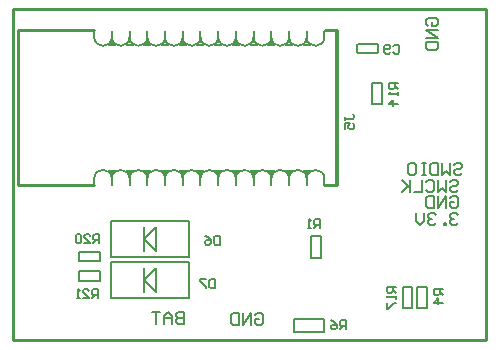
<source format=gbo>
%FSLAX25Y25*%
%MOIN*%
G70*
G01*
G75*
G04 Layer_Color=32896*
%ADD10C,0.01500*%
%ADD11C,0.00800*%
%ADD12C,0.02000*%
%ADD13C,0.01000*%
%ADD14C,0.04000*%
%ADD15R,0.04724X0.09843*%
%ADD16R,0.02756X0.03347*%
%ADD17R,0.02362X0.02362*%
%ADD18O,0.00984X0.04724*%
%ADD19O,0.04724X0.00984*%
%ADD20O,0.04724X0.01772*%
%ADD21O,0.01772X0.04724*%
%ADD22R,0.04724X0.01772*%
%ADD23R,0.02362X0.02362*%
%ADD24R,0.04331X0.04724*%
%ADD25R,0.05118X0.03937*%
%ADD26R,0.07087X0.03937*%
%ADD27R,0.02756X0.04724*%
%ADD28R,0.02992X0.04724*%
%ADD29R,0.03150X0.04724*%
%ADD30R,0.03347X0.02756*%
%ADD31R,0.04724X0.01969*%
%ADD32R,0.03937X0.03150*%
%ADD33R,0.03937X0.07087*%
%ADD34C,0.03000*%
%ADD35C,0.03500*%
%ADD36C,0.17716*%
%ADD37C,0.07874*%
%ADD38C,0.05906*%
%ADD39R,0.05906X0.05906*%
%ADD40R,0.03937X0.03937*%
%ADD41C,0.03937*%
%ADD42O,0.04331X0.06693*%
%ADD43R,0.03937X0.03937*%
%ADD44R,0.05906X0.05906*%
%ADD45C,0.03000*%
%ADD46C,0.02000*%
%ADD47R,0.07874X0.07874*%
%ADD48O,0.03543X0.08661*%
%ADD49C,0.00500*%
%ADD50C,0.02362*%
%ADD51C,0.00984*%
%ADD52C,0.00787*%
%ADD53C,0.00591*%
%ADD54R,0.05524X0.10642*%
%ADD55R,0.03556X0.04147*%
%ADD56R,0.03162X0.03162*%
%ADD57O,0.01784X0.05524*%
%ADD58O,0.05524X0.01784*%
%ADD59O,0.05524X0.02572*%
%ADD60O,0.02572X0.05524*%
%ADD61R,0.05524X0.02572*%
%ADD62R,0.03162X0.03162*%
%ADD63R,0.05131X0.05524*%
%ADD64R,0.05918X0.04737*%
%ADD65R,0.07887X0.04737*%
%ADD66R,0.03556X0.05524*%
%ADD67R,0.03792X0.05524*%
%ADD68R,0.03950X0.05524*%
%ADD69R,0.04147X0.03556*%
%ADD70R,0.05524X0.02769*%
%ADD71R,0.04737X0.03950*%
%ADD72R,0.04737X0.07887*%
%ADD73C,0.18517*%
%ADD74C,0.08674*%
%ADD75C,0.06706*%
%ADD76R,0.06706X0.06706*%
%ADD77R,0.04737X0.04737*%
%ADD78C,0.04737*%
%ADD79O,0.05131X0.07493*%
%ADD80R,0.04737X0.04737*%
%ADD81R,0.06706X0.06706*%
%ADD82R,0.08674X0.08674*%
%ADD83O,0.04343X0.09461*%
%ADD84C,0.00600*%
%ADD85R,0.02756X0.00591*%
%ADD86R,0.01260X0.01024*%
D13*
X1600Y-58600D02*
X27000D01*
X1600D02*
Y-6900D01*
X26900D01*
X103900Y-7000D02*
X107900D01*
X103686Y-58390D02*
X107891D01*
X107900Y-58400D01*
Y-7100D01*
X0Y0D02*
X157480D01*
Y-110236D02*
Y0D01*
X0Y-110236D02*
X157480D01*
X0D02*
Y0D01*
D49*
X99225Y-82706D02*
X102375D01*
X99225Y-75620D02*
X102375D01*
X99225Y-82706D02*
Y-75620D01*
X102375Y-82706D02*
Y-75620D01*
X21888Y-83875D02*
Y-80725D01*
X28975Y-83875D02*
Y-80725D01*
X21888D02*
X28975D01*
X21888Y-83875D02*
X28975D01*
X58418Y-96105D02*
Y-84294D01*
X32434Y-96105D02*
X58418D01*
X32434D02*
Y-84294D01*
X58418D01*
X47394Y-94137D02*
Y-86263D01*
X43457Y-94137D02*
Y-86263D01*
Y-90200D02*
X47394Y-86263D01*
X43457Y-90200D02*
X47394Y-94137D01*
X58418Y-82406D02*
Y-70595D01*
X32434Y-82406D02*
X58418D01*
X32434D02*
Y-70595D01*
X58418D01*
X47394Y-80437D02*
Y-72563D01*
X43457Y-80437D02*
Y-72563D01*
Y-76500D02*
X47394Y-72563D01*
X43457Y-76500D02*
X47394Y-80437D01*
X21888Y-90500D02*
Y-87350D01*
X28975Y-90500D02*
Y-87350D01*
X21888D02*
X28975D01*
X21888Y-90500D02*
X28975D01*
X93532Y-107365D02*
X103374D01*
X93532Y-103035D02*
X103374D01*
X93532Y-107365D02*
Y-103035D01*
X103374Y-107365D02*
Y-103035D01*
X129750Y-99612D02*
X132900D01*
X129750Y-92525D02*
X132900D01*
X129750Y-99612D02*
Y-92525D01*
X132900Y-99612D02*
Y-92525D01*
X134650Y-99512D02*
X137800D01*
X134650Y-92425D02*
X137800D01*
X134650Y-99512D02*
Y-92425D01*
X137800Y-99512D02*
Y-92425D01*
X119572Y-31659D02*
X122722D01*
X119572Y-24572D02*
X122722D01*
X119572Y-31659D02*
Y-24572D01*
X122722Y-31659D02*
Y-24572D01*
X114782Y-14575D02*
Y-14575D01*
X121475Y-14181D02*
Y-11819D01*
X114782Y-14575D02*
X121081D01*
X114388Y-14181D02*
Y-11819D01*
X114782Y-11425D02*
X121081D01*
X121475Y-11819D02*
Y-11819D01*
X121081Y-11425D02*
X121475Y-11819D01*
X121475Y-14181D02*
X121475D01*
X121081Y-14575D02*
X121475Y-14181D01*
X114388Y-11819D02*
X114388D01*
X114782Y-11425D01*
X114388Y-14181D02*
X114388D01*
X114782Y-14575D01*
X126701Y-12201D02*
X127200Y-11701D01*
X128200D01*
X128700Y-12201D01*
Y-14200D01*
X128200Y-14700D01*
X127200D01*
X126701Y-14200D01*
X125701D02*
X125201Y-14700D01*
X124201D01*
X123702Y-14200D01*
Y-12201D01*
X124201Y-11701D01*
X125201D01*
X125701Y-12201D01*
Y-12701D01*
X125201Y-13201D01*
X123702D01*
X68800Y-75401D02*
Y-78400D01*
X67300D01*
X66801Y-77900D01*
Y-75901D01*
X67300Y-75401D01*
X68800D01*
X63802D02*
X64801Y-75901D01*
X65801Y-76901D01*
Y-77900D01*
X65301Y-78400D01*
X64301D01*
X63802Y-77900D01*
Y-77400D01*
X64301Y-76901D01*
X65801D01*
X67300Y-89901D02*
Y-92900D01*
X65800D01*
X65301Y-92400D01*
Y-90401D01*
X65800Y-89901D01*
X67300D01*
X64301D02*
X62302D01*
Y-90401D01*
X64301Y-92400D01*
Y-92900D01*
X110601Y-36899D02*
Y-35900D01*
Y-36399D01*
X113100D01*
X113600Y-35900D01*
Y-35400D01*
X113100Y-34900D01*
X110601Y-39898D02*
Y-37899D01*
X112101D01*
X111601Y-38899D01*
Y-39399D01*
X112101Y-39898D01*
X113100D01*
X113600Y-39399D01*
Y-38399D01*
X113100Y-37899D01*
X102100Y-72900D02*
Y-69901D01*
X100601D01*
X100101Y-70401D01*
Y-71400D01*
X100601Y-71900D01*
X102100D01*
X101100D02*
X100101Y-72900D01*
X99101D02*
X98101D01*
X98601D01*
Y-69901D01*
X99101Y-70401D01*
X143100Y-93300D02*
X140101D01*
Y-94800D01*
X140601Y-95299D01*
X141601D01*
X142100Y-94800D01*
Y-93300D01*
Y-94300D02*
X143100Y-95299D01*
Y-97799D02*
X140101D01*
X141601Y-96299D01*
Y-98298D01*
X110800Y-106600D02*
Y-103601D01*
X109300D01*
X108801Y-104101D01*
Y-105101D01*
X109300Y-105600D01*
X110800D01*
X109800D02*
X108801Y-106600D01*
X105802Y-103601D02*
X106801Y-104101D01*
X107801Y-105101D01*
Y-106100D01*
X107301Y-106600D01*
X106301D01*
X105802Y-106100D01*
Y-105600D01*
X106301Y-105101D01*
X107801D01*
X128100Y-24600D02*
X125101D01*
Y-26100D01*
X125601Y-26599D01*
X126601D01*
X127100Y-26100D01*
Y-24600D01*
Y-25600D02*
X128100Y-26599D01*
Y-27599D02*
Y-28599D01*
Y-28099D01*
X125101D01*
X125601Y-27599D01*
X128100Y-31598D02*
X125101D01*
X126601Y-30098D01*
Y-32098D01*
X127500Y-92500D02*
X124501D01*
Y-93999D01*
X125001Y-94499D01*
X126000D01*
X126500Y-93999D01*
Y-92500D01*
Y-93500D02*
X127500Y-94499D01*
Y-95499D02*
Y-96499D01*
Y-95999D01*
X124501D01*
X125001Y-95499D01*
X124501Y-97998D02*
Y-99998D01*
X125001D01*
X127000Y-97998D01*
X127500D01*
X28700Y-78000D02*
Y-75001D01*
X27200D01*
X26701Y-75501D01*
Y-76500D01*
X27200Y-77000D01*
X28700D01*
X27700D02*
X26701Y-78000D01*
X23702D02*
X25701D01*
X23702Y-76001D01*
Y-75501D01*
X24201Y-75001D01*
X25201D01*
X25701Y-75501D01*
X22702D02*
X22202Y-75001D01*
X21202D01*
X20703Y-75501D01*
Y-77500D01*
X21202Y-78000D01*
X22202D01*
X22702Y-77500D01*
Y-75501D01*
X28100Y-96200D02*
Y-93201D01*
X26601D01*
X26101Y-93701D01*
Y-94700D01*
X26601Y-95200D01*
X28100D01*
X27100D02*
X26101Y-96200D01*
X23102D02*
X25101D01*
X23102Y-94201D01*
Y-93701D01*
X23601Y-93201D01*
X24601D01*
X25101Y-93701D01*
X22102Y-96200D02*
X21102D01*
X21602D01*
Y-93201D01*
X22102Y-93701D01*
X146734Y-51768D02*
X147401Y-51101D01*
X148733D01*
X149400Y-51768D01*
Y-52434D01*
X148733Y-53101D01*
X147401D01*
X146734Y-53767D01*
Y-54434D01*
X147401Y-55100D01*
X148733D01*
X149400Y-54434D01*
X145401Y-51101D02*
Y-55100D01*
X144068Y-53767D01*
X142736Y-55100D01*
Y-51101D01*
X141403D02*
Y-55100D01*
X139403D01*
X138737Y-54434D01*
Y-51768D01*
X139403Y-51101D01*
X141403D01*
X137404D02*
X136071D01*
X136737D01*
Y-55100D01*
X137404D01*
X136071D01*
X132072Y-51101D02*
X133405D01*
X134072Y-51768D01*
Y-54434D01*
X133405Y-55100D01*
X132072D01*
X131406Y-54434D01*
Y-51768D01*
X132072Y-51101D01*
X145691Y-57468D02*
X146357Y-56801D01*
X147690D01*
X148357Y-57468D01*
Y-58134D01*
X147690Y-58801D01*
X146357D01*
X145691Y-59467D01*
Y-60134D01*
X146357Y-60800D01*
X147690D01*
X148357Y-60134D01*
X144358Y-56801D02*
Y-60800D01*
X143025Y-59467D01*
X141692Y-60800D01*
Y-56801D01*
X137694Y-57468D02*
X138360Y-56801D01*
X139693D01*
X140359Y-57468D01*
Y-60134D01*
X139693Y-60800D01*
X138360D01*
X137694Y-60134D01*
X136361Y-56801D02*
Y-60800D01*
X133695D01*
X132362Y-56801D02*
Y-60800D01*
Y-59467D01*
X129696Y-56801D01*
X131695Y-58801D01*
X129696Y-60800D01*
X145691Y-62768D02*
X146357Y-62101D01*
X147690D01*
X148357Y-62768D01*
Y-65434D01*
X147690Y-66100D01*
X146357D01*
X145691Y-65434D01*
Y-64101D01*
X147024D01*
X144358Y-66100D02*
Y-62101D01*
X141692Y-66100D01*
Y-62101D01*
X140359D02*
Y-66100D01*
X138360D01*
X137694Y-65434D01*
Y-62768D01*
X138360Y-62101D01*
X140359D01*
X148357Y-68511D02*
X147690Y-67845D01*
X146357D01*
X145691Y-68511D01*
Y-69178D01*
X146357Y-69844D01*
X147024D01*
X146357D01*
X145691Y-70510D01*
Y-71177D01*
X146357Y-71843D01*
X147690D01*
X148357Y-71177D01*
X144358Y-71843D02*
Y-71177D01*
X143692D01*
Y-71843D01*
X144358D01*
X141026Y-68511D02*
X140359Y-67845D01*
X139026D01*
X138360Y-68511D01*
Y-69178D01*
X139026Y-69844D01*
X139693D01*
X139026D01*
X138360Y-70510D01*
Y-71177D01*
X139026Y-71843D01*
X140359D01*
X141026Y-71177D01*
X137027Y-67845D02*
Y-70510D01*
X135694Y-71843D01*
X134361Y-70510D01*
Y-67845D01*
X138368Y-5566D02*
X137701Y-4899D01*
Y-3566D01*
X138368Y-2900D01*
X141033D01*
X141700Y-3566D01*
Y-4899D01*
X141033Y-5566D01*
X139701D01*
Y-4233D01*
X141700Y-6899D02*
X137701D01*
X141700Y-9565D01*
X137701D01*
Y-10897D02*
X141700D01*
Y-12897D01*
X141033Y-13563D01*
X138368D01*
X137701Y-12897D01*
Y-10897D01*
X56900Y-100801D02*
Y-104800D01*
X54901D01*
X54234Y-104133D01*
Y-103467D01*
X54901Y-102801D01*
X56900D01*
X54901D01*
X54234Y-102134D01*
Y-101468D01*
X54901Y-100801D01*
X56900D01*
X52901Y-104800D02*
Y-102134D01*
X51568Y-100801D01*
X50235Y-102134D01*
Y-104800D01*
Y-102801D01*
X52901D01*
X48903Y-100801D02*
X46237D01*
X47570D01*
Y-104800D01*
X80534Y-101768D02*
X81201Y-101101D01*
X82534D01*
X83200Y-101768D01*
Y-104434D01*
X82534Y-105100D01*
X81201D01*
X80534Y-104434D01*
Y-103101D01*
X81867D01*
X79201Y-105100D02*
Y-101101D01*
X76535Y-105100D01*
Y-101101D01*
X75203D02*
Y-105100D01*
X73203D01*
X72537Y-104434D01*
Y-101768D01*
X73203Y-101101D01*
X75203D01*
D84*
X91875Y-9178D02*
G03*
X97780Y-9178I2953J0D01*
G01*
D02*
G03*
X103686Y-9178I2953J0D01*
G01*
X85969D02*
G03*
X91875Y-9178I2953J0D01*
G01*
X80064D02*
G03*
X85969Y-9178I2953J0D01*
G01*
X74158D02*
G03*
X80064Y-9178I2953J0D01*
G01*
X68253D02*
G03*
X74158Y-9178I2953J0D01*
G01*
X62347D02*
G03*
X68253Y-9178I2953J0D01*
G01*
X56442D02*
G03*
X62347Y-9178I2953J0D01*
G01*
X50536D02*
G03*
X56442Y-9178I2953J0D01*
G01*
X44631D02*
G03*
X50536Y-9178I2953J0D01*
G01*
X38725D02*
G03*
X44631Y-9178I2953J0D01*
G01*
X32820D02*
G03*
X38725Y-9178I2953J0D01*
G01*
X26914D02*
G03*
X32820Y-9178I2953J0D01*
G01*
X97780Y-56422D02*
G03*
X91875Y-56422I-2953J0D01*
G01*
X103686D02*
G03*
X97780Y-56422I-2953J0D01*
G01*
X91875D02*
G03*
X85969Y-56422I-2953J0D01*
G01*
X85969D02*
G03*
X80064Y-56422I-2953J0D01*
G01*
X80064D02*
G03*
X74158Y-56422I-2953J0D01*
G01*
X74158D02*
G03*
X68253Y-56422I-2953J0D01*
G01*
D02*
G03*
X62347Y-56422I-2953J0D01*
G01*
X62347D02*
G03*
X56442Y-56422I-2953J0D01*
G01*
X56442D02*
G03*
X50536Y-56422I-2953J0D01*
G01*
X50536D02*
G03*
X44631Y-56422I-2953J0D01*
G01*
X44631D02*
G03*
X38725Y-56422I-2953J0D01*
G01*
X38725D02*
G03*
X32820Y-56422I-2953J0D01*
G01*
D02*
G03*
X26914Y-56422I-2953J0D01*
G01*
X103686Y-58390D02*
X107623D01*
X103686Y-7209D02*
X107623D01*
Y-58390D02*
Y-7209D01*
X1717Y-58390D02*
X26914D01*
X1717Y-7209D02*
X26914D01*
X1717Y-58390D02*
Y-7209D01*
X97780Y-9178D02*
Y-7209D01*
X91875Y-9178D02*
Y-7209D01*
X103686Y-9178D02*
Y-7209D01*
X97780Y-9178D02*
Y-7209D01*
X91875Y-9178D02*
Y-7209D01*
X85969Y-9178D02*
Y-7209D01*
Y-9178D02*
Y-7209D01*
X80064Y-9178D02*
Y-7209D01*
Y-9178D02*
Y-7209D01*
X74158Y-9178D02*
Y-7209D01*
Y-9178D02*
Y-7209D01*
X68253Y-9178D02*
Y-7209D01*
X68253Y-9178D02*
Y-7209D01*
X62347Y-9178D02*
Y-7209D01*
Y-9178D02*
Y-7209D01*
X56442Y-9178D02*
Y-7209D01*
Y-9178D02*
Y-7209D01*
X50536Y-9178D02*
Y-7209D01*
Y-9178D02*
Y-7209D01*
X44631Y-9178D02*
Y-7209D01*
Y-9178D02*
Y-7209D01*
X38725Y-9178D02*
Y-7209D01*
Y-9178D02*
Y-7209D01*
X32820Y-9178D02*
Y-7209D01*
X32820Y-9178D02*
Y-7209D01*
X26914Y-9178D02*
Y-7209D01*
X97780Y-58390D02*
Y-55831D01*
X91875Y-58390D02*
Y-55831D01*
X103686Y-58390D02*
Y-56422D01*
X97780Y-58390D02*
Y-56422D01*
X91875Y-58390D02*
Y-55831D01*
X85969Y-58390D02*
Y-55831D01*
Y-58390D02*
Y-55831D01*
X80064Y-58390D02*
Y-55831D01*
Y-58390D02*
Y-55831D01*
X74158Y-58390D02*
Y-55831D01*
Y-58390D02*
Y-55831D01*
X68253Y-58390D02*
Y-55831D01*
X68253Y-58390D02*
Y-55831D01*
X62347Y-58390D02*
Y-55831D01*
Y-58390D02*
Y-55831D01*
X56442Y-58390D02*
Y-55831D01*
Y-58390D02*
Y-55831D01*
X50536Y-58390D02*
Y-55831D01*
Y-58390D02*
Y-55831D01*
X44631Y-58390D02*
Y-55831D01*
Y-58390D02*
Y-55831D01*
X38725Y-58390D02*
Y-55831D01*
Y-58390D02*
Y-55831D01*
X32820Y-58390D02*
Y-55831D01*
X32820Y-58390D02*
Y-55831D01*
X26914Y-58390D02*
Y-55831D01*
D85*
X97780Y-11737D02*
D03*
X91875D02*
D03*
X85969Y-11737D02*
D03*
X80064Y-11737D02*
D03*
X74158Y-11737D02*
D03*
X68253Y-11737D02*
D03*
X62347Y-11737D02*
D03*
X56442Y-11737D02*
D03*
X50536Y-11737D02*
D03*
X44631Y-11737D02*
D03*
X38725Y-11737D02*
D03*
X32820Y-11737D02*
D03*
X97780Y-53863D02*
D03*
X91875D02*
D03*
X85969Y-53863D02*
D03*
X80064Y-53863D02*
D03*
X74158Y-53863D02*
D03*
X68253Y-53863D02*
D03*
X62347Y-53863D02*
D03*
X56442Y-53863D02*
D03*
X50536Y-53863D02*
D03*
X44631Y-53863D02*
D03*
X38725Y-53863D02*
D03*
X32820Y-53863D02*
D03*
D86*
X97778Y-11003D02*
D03*
X91872D02*
D03*
X86002Y-11026D02*
D03*
X80061Y-11003D02*
D03*
X74191Y-11026D02*
D03*
X68250Y-11003D02*
D03*
X62344D02*
D03*
X56474Y-11026D02*
D03*
X50533Y-11003D02*
D03*
X44663Y-11026D02*
D03*
X38722Y-11003D02*
D03*
X32852Y-11026D02*
D03*
X97777Y-54546D02*
D03*
X91872D02*
D03*
X86001Y-54569D02*
D03*
X80061Y-54546D02*
D03*
X74190Y-54569D02*
D03*
X68250Y-54546D02*
D03*
X62344D02*
D03*
X56474Y-54569D02*
D03*
X50533Y-54546D02*
D03*
X44663Y-54569D02*
D03*
X38722Y-54546D02*
D03*
X32852Y-54569D02*
D03*
M02*

</source>
